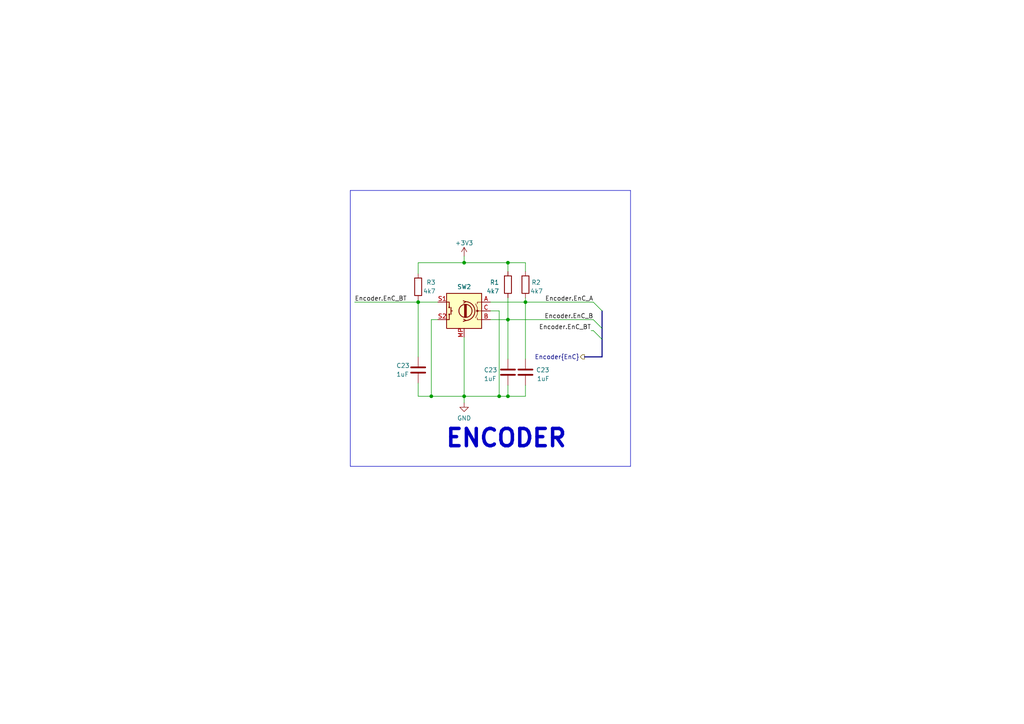
<source format=kicad_sch>
(kicad_sch (version 20230121) (generator eeschema)
  (paper "A4")
  (lib_symbols
    (symbol "Device:C" (pin_numbers hide) (pin_names (offset 0.254))
      (property "Reference" "C" (at 0.635 2.54 0))
      (property "Value" "C" (at 0.635 -2.54 0))
      (symbol "C_0_1"
        (polyline (pts (xy -2.032 -0.762) (xy 2.032 -0.762)) (stroke (width 0.508)))
        (polyline (pts (xy -2.032 0.762) (xy 2.032 0.762)) (stroke (width 0.508)))
      )
      (symbol "C_1_1"
        (pin passive line (at 0 3.81 270) (length 2.794) (name "~") (number "1"))
        (pin passive line (at 0 -3.81 90) (length 2.794) (name "~") (number "2"))
      )
    )
    (symbol "Device:R" (pin_numbers hide) (pin_names (offset 0))
      (property "Reference" "R" (at 2.032 0 90))
      (property "Value" "R" (at 0 0 90))
      (symbol "R_0_1"
        (rectangle (start -1.016 -2.54) (end 1.016 2.54) (stroke (width 0.254)))
      )
      (symbol "R_1_1"
        (pin passive line (at 0 3.81 270) (length 1.27) (name "~") (number "1"))
        (pin passive line (at 0 -3.81 90) (length 1.27) (name "~") (number "2"))
      )
    )
    (symbol "GND_8" (power) (pin_names (offset 0))
      (property "Value" "GND_8" (at 0 -3.81 0))
      (symbol "GND_8_0_1"
        (polyline (pts (xy 0 0) (xy 0 -1.27) (xy 1.27 -1.27) (xy 0 -2.54) (xy -1.27 -1.27) (xy 0 -1.27)))
      )
      (symbol "GND_8_1_1"
        (pin power_in line (at 0 0 270) (length 0) hide (name "GND") (number "1"))
      )
    )
    (symbol "IVS_SYMBOLS:RotaryEncoder_Switch" (pin_names (offset 0.254) hide)
      (property "Reference" "SW" (at -7.62 7.62 0))
      (property "Value" "RotaryEncoder_Switch" (at 7.62 7.62 0))
      (symbol "RotaryEncoder_Switch_0_1"
        (rectangle (start -5.08 5.08) (end 5.08 -5.08) (stroke (width 0.254)) (fill (type background)))
        (circle (center -3.81 0) (radius 0.254) (fill (type outline)))
        (circle (center -0.381 0) (radius 1.905) (stroke (width 0.254)))
        (arc (start -0.381 2.667) (mid -3.0988 -0.0635) (end -0.381 -2.794) (stroke (width 0.254)))
        (polyline (pts (xy -0.635 -1.778) (xy -0.635 1.778)) (stroke (width 0.254)))
        (polyline (pts (xy -0.381 -1.778) (xy -0.381 1.778)) (stroke (width 0.254)))
        (polyline (pts (xy -0.127 1.778) (xy -0.127 -1.778)) (stroke (width 0.254)))
        (polyline (pts (xy 3.81 0) (xy 3.429 0)) (stroke (width 0.254)))
        (polyline (pts (xy 3.81 1.016) (xy 3.81 -1.016)) (stroke (width 0.254)))
        (polyline (pts (xy -5.08 -2.54) (xy -3.81 -2.54) (xy -3.81 -2.032)))
        (polyline (pts (xy -5.08 2.54) (xy -3.81 2.54) (xy -3.81 2.032)))
        (polyline (pts (xy 0.254 -3.048) (xy -0.508 -2.794) (xy 0.127 -2.413)) (stroke (width 0.254)))
        (polyline (pts (xy 0.254 2.921) (xy -0.508 2.667) (xy 0.127 2.286)) (stroke (width 0.254)))
        (polyline (pts (xy 5.08 -2.54) (xy 4.318 -2.54) (xy 4.318 -1.016)) (stroke (width 0.254)))
        (polyline (pts (xy 5.08 2.54) (xy 4.318 2.54) (xy 4.318 1.016)) (stroke (width 0.254)))
        (polyline (pts (xy -5.08 0) (xy -3.81 0) (xy -3.81 -1.016) (xy -3.302 -2.032)))
        (polyline (pts (xy -4.318 0) (xy -3.81 0) (xy -3.81 1.016) (xy -3.302 2.032)))
        (circle (center 4.318 -1.016) (radius 0.127) (stroke (width 0.254)))
        (circle (center 4.318 1.016) (radius 0.127) (stroke (width 0.254)))
      )
      (symbol "RotaryEncoder_Switch_1_1"
        (pin passive line (at -7.62 2.54 0) (length 2.54) (name "A") (number "A"))
        (pin passive line (at -7.62 -2.54 0) (length 2.54) (name "B") (number "B"))
        (pin passive line (at -7.62 0 0) (length 2.54) (name "C") (number "C"))
        (pin passive line (at 0 -7.62 90) (length 2.54) (name "Shield") (number "MP"))
        (pin passive line (at 7.62 2.54 180) (length 2.54) (name "S1") (number "S1"))
        (pin passive line (at 7.62 -2.54 180) (length 2.54) (name "S2") (number "S2"))
      )
    )
    (symbol "power:+3V3" (power) (pin_names (offset 0))
      (property "Value" "+3V3" (at 0 3.556 0))
      (symbol "+3V3_0_1"
        (polyline (pts (xy -0.762 1.27) (xy 0 2.54)))
        (polyline (pts (xy 0 0) (xy 0 2.54)))
        (polyline (pts (xy 0 2.54) (xy 0.762 1.27)))
      )
      (symbol "+3V3_1_1"
        (pin power_in line (at 0 0 90) (length 0) hide (name "+3V3") (number "1"))
      )
    )
  )
  (junction (at 152.4 87.63))
  (junction (at 147.32 76.2))
  (junction (at 125.095 114.935))
  (junction (at 134.62 76.2))
  (junction (at 147.32 92.71))
  (junction (at 147.32 114.935))
  (junction (at 144.78 114.935))
  (junction (at 134.62 114.935))
  (junction (at 121.285 87.63))
  (bus_entry (at 172.085 87.63) (size 2.54 2.54))
  (bus_entry (at 172.085 92.71) (size 2.54 2.54))
  (bus_entry (at 172.085 95.885) (size 2.54 2.54))
  (wire (pts (xy 102.87 87.63) (xy 121.285 87.63)))
  (polyline (pts (xy 101.6 55.245) (xy 182.88 55.245)))
  (wire (pts (xy 142.24 90.17) (xy 144.78 90.17)))
  (wire (pts (xy 142.24 87.63) (xy 152.4 87.63)))
  (wire (pts (xy 142.24 92.71) (xy 147.32 92.71)))
  (wire (pts (xy 147.32 92.71) (xy 172.085 92.71)))
  (wire (pts (xy 147.32 114.935) (xy 144.78 114.935)))
  (wire (pts (xy 125.095 114.935) (xy 134.62 114.935)))
  (bus (pts (xy 169.545 103.505) (xy 174.625 103.505)))
  (wire (pts (xy 127 92.71) (xy 125.095 92.71)))
  (bus (pts (xy 174.625 95.25) (xy 174.625 98.425)))
  (wire (pts (xy 121.285 87.63) (xy 127 87.63)))
  (wire (pts (xy 134.62 76.2) (xy 147.32 76.2)))
  (wire (pts (xy 147.32 111.76) (xy 147.32 114.935)))
  (wire (pts (xy 152.4 87.63) (xy 172.085 87.63)))
  (wire (pts (xy 121.285 87.63) (xy 121.285 103.505)))
  (wire (pts (xy 134.62 76.2) (xy 121.285 76.2)))
  (wire (pts (xy 134.62 97.79) (xy 134.62 114.935)))
  (wire (pts (xy 152.4 114.935) (xy 147.32 114.935)))
  (wire (pts (xy 147.32 86.36) (xy 147.32 92.71)))
  (wire (pts (xy 152.4 76.2) (xy 147.32 76.2)))
  (wire (pts (xy 152.4 78.74) (xy 152.4 76.2)))
  (wire (pts (xy 121.285 114.935) (xy 125.095 114.935)))
  (wire (pts (xy 171.45 95.885) (xy 172.085 95.885)))
  (polyline (pts (xy 182.88 135.255) (xy 101.6 135.255)))
  (wire (pts (xy 152.4 111.76) (xy 152.4 114.935)))
  (wire (pts (xy 152.4 104.14) (xy 152.4 87.63)))
  (wire (pts (xy 144.78 90.17) (xy 144.78 114.935)))
  (wire (pts (xy 121.285 86.995) (xy 121.285 87.63)))
  (polyline (pts (xy 101.6 55.245) (xy 101.6 135.255)))
  (bus (pts (xy 174.625 90.17) (xy 174.625 95.25)))
  (wire (pts (xy 121.285 76.2) (xy 121.285 79.375)))
  (wire (pts (xy 121.285 111.125) (xy 121.285 114.935)))
  (wire (pts (xy 152.4 86.36) (xy 152.4 87.63)))
  (wire (pts (xy 134.62 114.935) (xy 134.62 116.84)))
  (wire (pts (xy 144.78 114.935) (xy 134.62 114.935)))
  (wire (pts (xy 147.32 92.71) (xy 147.32 104.14)))
  (polyline (pts (xy 182.88 55.245) (xy 182.88 135.255)))
  (wire (pts (xy 125.095 92.71) (xy 125.095 114.935)))
  (wire (pts (xy 134.62 74.295) (xy 134.62 76.2)))
  (wire (pts (xy 147.32 76.2) (xy 147.32 78.74)))
  (bus (pts (xy 174.625 98.425) (xy 174.625 103.505)))
  (text "ENCODER\n" (at 128.905 130.175 0) (effects (font (size 5 5) bold) (justify left bottom)))
  (label "Encoder.EnC_BT" (at 171.45 95.885 180))
  (label "Encoder.EnC_B" (at 172.085 92.71 180))
  (label "Encoder.EnC_A" (at 172.085 87.63 180))
  (label "Encoder.EnC_BT" (at 102.87 87.63 0))
  (hierarchical_label "Encoder{EnC}" (shape output) (at 169.545 103.505 180))
  (symbol (lib_name "GND_8") (lib_id "power:GND") (at 134.62 116.84 0) (mirror y) (unit 1)
    (property "Reference" "#PWR07" (effects hide))
    (property "Value" "GND" (at 134.62 121.285 0))
    (instances (project "DO_AN_DKTD" (path "" (reference "#PWR07") (unit 1)) (path "" (reference "#PWR08") (unit 1)) (path "" (reference "#PWR08") (unit 1))))
  )
  (symbol (lib_id "Device:R") (at 147.32 82.55 0) (mirror y) (unit 1)
    (property "Reference" "R1" (at 144.78 81.915 0) (effects (justify left)))
    (property "Value" "4k7" (at 144.78 84.455 0) (effects (justify left)))
    (property "Footprint" "IVS_FOOTPRINTS:R_0603" (effects hide))
    (instances (project "DO_AN_DKTD" (path "" (reference "R1") (unit 1)) (path "" (reference "R2") (unit 1)) (path "" (reference "R2") (unit 1))))
  )
  (symbol (lib_id "Device:C") (at 121.285 107.315 180) (unit 1)
    (property "Reference" "C23" (at 114.935 106.045 0) (effects (justify right)))
    (property "Value" "1uF" (at 114.935 108.585 0) (effects (justify right)))
    (property "Footprint" "IVS_FOOTPRINTS:C_0603" (effects hide))
    (instances (project "dongtam" (path "" (reference "C23") (unit 1))) (project "DO_AN_DKTD" (path "" (reference "C16") (unit 1)) (path "" (reference "C16") (unit 1))))
  )
  (symbol (lib_id "Device:C") (at 152.4 107.95 0) (mirror x) (unit 1)
    (property "Reference" "C23" (at 159.385 107.315 0) (effects (justify right)))
    (property "Value" "1uF" (at 159.385 109.855 0) (effects (justify right)))
    (property "Footprint" "IVS_FOOTPRINTS:C_0603" (effects hide))
    (instances (project "dongtam" (path "" (reference "C23") (unit 1))) (project "DO_AN_DKTD" (path "" (reference "C18") (unit 1)) (path "" (reference "C18") (unit 1))))
  )
  (symbol (lib_id "Device:C") (at 147.32 107.95 180) (unit 1)
    (property "Reference" "C23" (at 140.335 107.315 0) (effects (justify right)))
    (property "Value" "1uF" (at 140.335 109.855 0) (effects (justify right)))
    (property "Footprint" "IVS_FOOTPRINTS:C_0603" (effects hide))
    (instances (project "dongtam" (path "" (reference "C23") (unit 1))) (project "DO_AN_DKTD" (path "" (reference "C17") (unit 1)) (path "" (reference "C17") (unit 1))))
  )
  (symbol (lib_id "Device:R") (at 152.4 82.55 0) (mirror y) (unit 1)
    (property "Reference" "R2" (at 156.845 81.915 0) (effects (justify left)))
    (property "Value" "4k7" (at 157.48 84.455 0) (effects (justify left)))
    (property "Footprint" "IVS_FOOTPRINTS:R_0603" (effects hide))
    (instances (project "DO_AN_DKTD" (path "" (reference "R2") (unit 1)) (path "" (reference "R3") (unit 1)) (path "" (reference "R3") (unit 1))))
  )
  (symbol (lib_id "IVS_SYMBOLS:RotaryEncoder_Switch") (at 134.62 90.17 0) (mirror y) (unit 1)
    (property "Reference" "SW2" (at 134.62 83.185 0))
    (property "Value" "RotaryEncoder_Switch" (effects hide))
    (property "Footprint" "IVS_FOOTPRINTS:RotaryEncoder_Alps_EC11E-Switch_Vertical_H20mm" (effects hide))
    (instances (project "DO_AN_DKTD" (path "" (reference "SW2") (unit 1)) (path "" (reference "SW1") (unit 1)) (path "" (reference "SW1") (unit 1))))
  )
  (symbol (lib_id "Device:R") (at 121.285 83.185 0) (mirror y) (unit 1)
    (property "Reference" "R3" (at 126.365 81.915 0) (effects (justify left)))
    (property "Value" "4k7" (at 126.365 84.455 0) (effects (justify left)))
    (property "Footprint" "IVS_FOOTPRINTS:R_0603" (effects hide))
    (instances (project "DO_AN_DKTD" (path "" (reference "R3") (unit 1)) (path "" (reference "R1") (unit 1)) (path "" (reference "R1") (unit 1))))
  )
  (symbol (lib_id "power:+3V3") (at 134.62 74.295 0) (mirror y) (unit 1)
    (property "Reference" "#PWR08" (effects hide))
    (property "Value" "+3V3" (at 134.62 70.485 0))
    (instances (project "DO_AN_DKTD" (path "" (reference "#PWR08") (unit 1)) (path "" (reference "#PWR07") (unit 1)) (path "" (reference "#PWR07") (unit 1))))
  )
)
</source>
